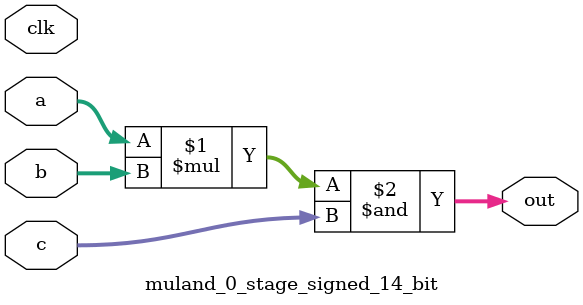
<source format=sv>
(* use_dsp = "yes" *) module muland_0_stage_signed_14_bit(
	input signed [13:0] a,
	input signed [13:0] b,
	input signed [13:0] c,
	output [13:0] out,
	input clk);

	assign out = (a * b) & c;
endmodule

</source>
